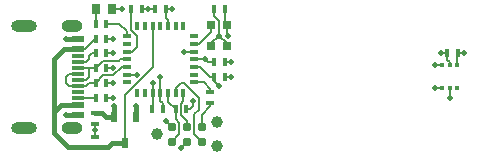
<source format=gtl>
G04*
G04 #@! TF.GenerationSoftware,Altium Limited,Altium Designer,24.3.1 (35)*
G04*
G04 Layer_Physical_Order=1*
G04 Layer_Color=255*
%FSLAX44Y44*%
%MOMM*%
G71*
G04*
G04 #@! TF.SameCoordinates,AD25D3ED-FBA9-419F-A6E4-F2E671057BDA*
G04*
G04*
G04 #@! TF.FilePolarity,Positive*
G04*
G01*
G75*
%ADD12R,0.7000X0.9000*%
%ADD13C,0.7874*%
%ADD14R,0.4000X0.7000*%
%ADD15R,0.3500X0.8000*%
%ADD16R,0.8000X0.3500*%
%ADD17R,0.7000X0.4000*%
%ADD18R,0.6800X0.7800*%
%ADD19R,1.0000X0.3000*%
%ADD20R,1.0000X0.6000*%
%ADD21R,0.6000X0.9000*%
%ADD22R,0.3000X0.4500*%
%ADD37C,0.1500*%
%ADD38C,0.4000*%
%ADD39C,0.9906*%
%ADD40O,2.2000X1.0000*%
%ADD41O,1.8000X1.0000*%
%ADD42C,0.5000*%
D12*
X99000Y127500D02*
D03*
X86000D02*
D03*
D13*
X175200Y27700D02*
D03*
Y15000D02*
D03*
X162500Y27700D02*
D03*
Y15000D02*
D03*
X149800Y27700D02*
D03*
Y15000D02*
D03*
D14*
X85500Y115000D02*
D03*
X94500D02*
D03*
X392000Y90000D02*
D03*
X383000D02*
D03*
X194500Y70000D02*
D03*
X185500D02*
D03*
X194500Y82500D02*
D03*
X185500D02*
D03*
Y127500D02*
D03*
X194500D02*
D03*
X162000Y42500D02*
D03*
X153000D02*
D03*
X115500Y127500D02*
D03*
X124500D02*
D03*
X144500Y127500D02*
D03*
X135500D02*
D03*
X142000Y42500D02*
D03*
X133000D02*
D03*
X94500Y77500D02*
D03*
X85500D02*
D03*
X94500Y65000D02*
D03*
X85500D02*
D03*
X94500Y102500D02*
D03*
X85500D02*
D03*
Y52500D02*
D03*
X94500D02*
D03*
X85500Y90000D02*
D03*
X94500D02*
D03*
D15*
X159500Y56500D02*
D03*
X146500D02*
D03*
X140000D02*
D03*
X133500D02*
D03*
X127000D02*
D03*
X120500D02*
D03*
X120500Y113500D02*
D03*
X127000D02*
D03*
X133500D02*
D03*
X140000D02*
D03*
X146500D02*
D03*
X153000D02*
D03*
X159500D02*
D03*
X153000Y56500D02*
D03*
D16*
X111500Y65500D02*
D03*
Y72000D02*
D03*
Y78500D02*
D03*
Y85000D02*
D03*
Y91500D02*
D03*
Y98000D02*
D03*
Y104500D02*
D03*
X168500D02*
D03*
Y98000D02*
D03*
Y91500D02*
D03*
Y85000D02*
D03*
Y78500D02*
D03*
Y72000D02*
D03*
Y65500D02*
D03*
D17*
X182500Y48000D02*
D03*
Y57000D02*
D03*
X85000Y39500D02*
D03*
Y30500D02*
D03*
Y10500D02*
D03*
Y19500D02*
D03*
D18*
X183350Y96350D02*
D03*
X196650D02*
D03*
Y113650D02*
D03*
X183350D02*
D03*
D19*
X70000Y72500D02*
D03*
Y67500D02*
D03*
Y62500D02*
D03*
Y57500D02*
D03*
Y52500D02*
D03*
Y77500D02*
D03*
Y82500D02*
D03*
Y87500D02*
D03*
D20*
Y46000D02*
D03*
Y38000D02*
D03*
Y93500D02*
D03*
Y102000D02*
D03*
D21*
X100500Y36000D02*
D03*
X119500D02*
D03*
X110000Y14000D02*
D03*
D22*
X378500Y60250D02*
D03*
X385000D02*
D03*
X391500D02*
D03*
Y79750D02*
D03*
X385000D02*
D03*
X378500D02*
D03*
D37*
X194500Y70000D02*
X200000D01*
X99000Y127500D02*
X107500D01*
X85500Y127000D02*
X86000Y127500D01*
X85500Y115000D02*
Y127000D01*
X94500Y115000D02*
X105000D01*
X111500Y108500D01*
Y104500D02*
Y108500D01*
X175200Y37700D02*
X182500Y45000D01*
X175200Y27700D02*
Y37700D01*
X168750Y38500D02*
X172500Y42250D01*
X168750Y21450D02*
Y38500D01*
X157500Y37500D02*
Y47500D01*
Y37500D02*
X162500Y32500D01*
Y27700D02*
Y32500D01*
X153000Y34500D02*
X156250Y31250D01*
X153000Y34500D02*
Y42500D01*
X146500Y49000D02*
X153000Y42500D01*
X146500Y49000D02*
Y56500D01*
X110000Y14000D02*
Y55000D01*
X133500Y78500D01*
X100250Y71250D02*
X107500Y78500D01*
X91750Y71250D02*
X100250D01*
X91750Y83750D02*
X104750D01*
X106000Y85000D01*
X111500D01*
X107500Y78500D02*
X111500D01*
X168750Y21450D02*
X175200Y15000D01*
X157500Y10000D02*
X162500Y15000D01*
X162000Y42500D02*
X165000D01*
X167500Y45000D01*
X182500Y45000D02*
Y48000D01*
X133000Y42500D02*
X133500Y43000D01*
X142000Y42500D02*
Y48000D01*
X156250Y21450D02*
Y31250D01*
X145000Y32500D02*
X149800Y27700D01*
Y27700D02*
Y27700D01*
Y15000D02*
X156250Y21450D01*
X162500Y15000D02*
X162750D01*
X178000Y85000D02*
X180129Y82871D01*
X168500Y85000D02*
X178000D01*
X180129Y82871D02*
X185129D01*
X185500Y67000D02*
Y70000D01*
Y67000D02*
X190000Y62500D01*
X185500Y70000D02*
X185500Y70000D01*
X182500Y70000D02*
X185500D01*
X174000Y78500D02*
X182500Y70000D01*
X392000Y90000D02*
X397500D01*
X385000Y52500D02*
Y60250D01*
X377500Y90000D02*
X383000D01*
X372500Y79750D02*
X378500D01*
X372500Y60250D02*
X378500D01*
X383000Y84500D02*
X385000Y82500D01*
X383000Y84500D02*
Y90000D01*
X385000Y79750D02*
Y82500D01*
X391500Y89500D02*
X392000Y90000D01*
X391500Y79750D02*
Y89500D01*
X173000Y98000D02*
X183350Y108350D01*
Y98350D02*
X190000Y105000D01*
X168500Y98000D02*
X173000D01*
X183350Y96350D02*
Y98350D01*
Y108350D02*
Y113650D01*
X196650Y105850D02*
X197500Y105000D01*
X196650Y105850D02*
Y113650D01*
X190000Y105000D02*
Y117500D01*
X196650Y96350D02*
Y98350D01*
X190000Y105000D02*
X196650Y98350D01*
X194500Y115800D02*
X196650Y113650D01*
X146500Y113500D02*
Y118500D01*
X133500Y78500D02*
Y113500D01*
X160000Y91500D02*
X168500D01*
X120000Y95000D02*
Y105000D01*
X115500Y109500D02*
X120000Y105000D01*
X111500Y91500D02*
X116500D01*
X120000Y95000D01*
X124500Y127500D02*
X135500D01*
X194500Y115800D02*
Y127500D01*
X115500Y109500D02*
Y127500D01*
X185500Y122000D02*
X190000Y117500D01*
X144500Y127500D02*
X145000Y127000D01*
Y120000D02*
Y127000D01*
X150000Y127500D02*
X150000Y127500D01*
X144500Y127500D02*
X150000D01*
X135500Y127500D02*
X135500Y127500D01*
X185500Y122000D02*
Y127500D01*
X145000Y120000D02*
X146500Y118500D01*
X194500Y82500D02*
X200000D01*
X185129Y82871D02*
X185500Y82500D01*
X172500Y42250D02*
Y52500D01*
X167500Y45000D02*
Y50000D01*
X157500Y47500D02*
X159500Y49500D01*
Y56500D01*
X157500Y65000D02*
X160000D01*
X172500Y52500D01*
X153000Y56500D02*
Y60500D01*
X157500Y65000D01*
X168500Y78500D02*
X174000D01*
X177000Y65500D02*
X182500Y60000D01*
X168500Y65500D02*
X177000D01*
X182500Y57000D02*
Y60000D01*
X140000Y50000D02*
X142000Y48000D01*
X140000Y50000D02*
Y56500D01*
X133500Y43000D02*
Y56500D01*
X140000D02*
Y70000D01*
X111500Y72000D02*
X120000D01*
X133500Y56500D02*
Y65000D01*
X62500Y62500D02*
X70000D01*
X60000Y65000D02*
X62500Y62500D01*
Y72500D02*
X70000D01*
X60000Y70000D02*
X62500Y72500D01*
X60000Y65000D02*
Y70000D01*
X94500Y90000D02*
X100000D01*
X100000Y90000D01*
X94500Y102500D02*
X100000D01*
X100000Y102500D01*
X100000Y52500D02*
X100000Y52500D01*
X94500Y52500D02*
X100000D01*
X70000Y62500D02*
X77500D01*
X80000Y65000D01*
X70000Y67500D02*
X77500D01*
X80000Y70000D01*
Y77500D01*
X70000D02*
X80000D01*
X82500Y90000D02*
X85500D01*
X70000Y52500D02*
X85500D01*
X77500Y82500D02*
X80000Y85000D01*
Y87500D01*
X82500Y90000D01*
X70000Y82500D02*
X77500D01*
X70000Y93500D02*
X76000D01*
X85000Y102500D02*
X85500D01*
X76000Y93500D02*
X85000Y102500D01*
X85000Y19500D02*
Y25000D01*
Y30500D01*
X80000Y77500D02*
X85500D01*
X100000D02*
X100000Y77500D01*
X94500Y77500D02*
X100000D01*
X80000Y65000D02*
X85500D01*
X100000D02*
X100000Y65000D01*
X94500Y65000D02*
X100000D01*
X85500D02*
X91750Y71250D01*
X85500Y77500D02*
X91750Y83750D01*
D38*
X119500Y41000D02*
Y45000D01*
X58500Y93500D02*
X70000D01*
X50000Y85000D02*
X58500Y93500D01*
X50000Y22500D02*
X62000Y10500D01*
X56000Y46000D02*
X70000D01*
X50000Y40000D02*
X56000Y46000D01*
X50000Y22500D02*
Y40000D01*
Y85000D01*
X99000Y14000D02*
X110000D01*
X95500Y10500D02*
X99000Y14000D01*
X62000Y10500D02*
X95500D01*
X100500Y36000D02*
Y45000D01*
X85000Y39500D02*
X90500D01*
X94000Y36000D02*
X100500D01*
X90500Y39500D02*
X94000Y36000D01*
X60000Y102000D02*
X70000D01*
X60000Y38000D02*
X70000D01*
D39*
X187900Y11190D02*
D03*
Y31510D02*
D03*
X137100Y21350D02*
D03*
D40*
X25000Y26800D02*
D03*
Y113200D02*
D03*
D41*
X65000Y26800D02*
D03*
Y113200D02*
D03*
D42*
X200000Y70000D02*
D03*
X107500Y127500D02*
D03*
X190000Y62500D02*
D03*
X177500Y85000D02*
D03*
X397500Y90000D02*
D03*
X377500D02*
D03*
X385000Y52500D02*
D03*
X372500Y60250D02*
D03*
Y79750D02*
D03*
X120000Y72000D02*
D03*
X119500Y45000D02*
D03*
X130000Y127500D02*
D03*
X160000Y91500D02*
D03*
X140000Y70000D02*
D03*
X133500Y65000D02*
D03*
X167500Y50000D02*
D03*
X197500Y105000D02*
D03*
X190000D02*
D03*
X200000Y82500D02*
D03*
X150000Y127500D02*
D03*
X100000Y102500D02*
D03*
Y90000D02*
D03*
Y52500D02*
D03*
X157500Y10000D02*
D03*
X145000Y32500D02*
D03*
X85000Y25000D02*
D03*
X100500Y45000D02*
D03*
X100000Y77500D02*
D03*
X100000Y65000D02*
D03*
X60000Y38000D02*
D03*
Y102000D02*
D03*
M02*

</source>
